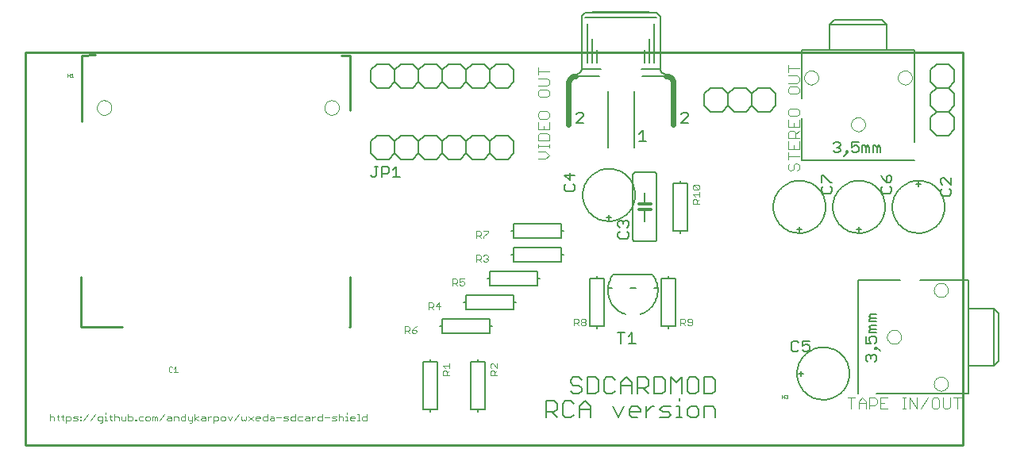
<source format=gto>
G75*
%MOIN*%
%OFA0B0*%
%FSLAX24Y24*%
%IPPOS*%
%LPD*%
%AMOC8*
5,1,8,0,0,1.08239X$1,22.5*
%
%ADD10C,0.0100*%
%ADD11C,0.0060*%
%ADD12C,0.0040*%
%ADD13C,0.0030*%
%ADD14C,0.0050*%
%ADD15C,0.0000*%
%ADD16C,0.0010*%
%ADD17C,0.0080*%
%ADD18C,0.0020*%
%ADD19C,0.0120*%
%ADD20C,0.0240*%
D10*
X000833Y004500D02*
X000833Y020996D01*
X040203Y020996D01*
X040203Y004500D01*
X000833Y004500D01*
X003157Y009463D02*
X003157Y011563D01*
X003157Y009463D02*
X004889Y009463D01*
X014439Y009463D02*
X014474Y009463D01*
X014474Y011563D01*
X003196Y018102D02*
X003196Y020873D01*
X003755Y020878D01*
X014089Y020873D02*
X014474Y020873D01*
X014474Y018559D01*
D11*
X015583Y019500D02*
X016083Y019500D01*
X016333Y019750D01*
X016583Y019500D01*
X017083Y019500D01*
X017333Y019750D01*
X017333Y020250D01*
X017083Y020500D01*
X016583Y020500D01*
X016333Y020250D01*
X016333Y019750D01*
X015583Y019500D02*
X015333Y019750D01*
X015333Y020250D01*
X015583Y020500D01*
X016083Y020500D01*
X016333Y020250D01*
X017333Y020250D02*
X017583Y020500D01*
X018083Y020500D01*
X018333Y020250D01*
X018583Y020500D01*
X019083Y020500D01*
X019333Y020250D01*
X019583Y020500D01*
X020083Y020500D01*
X020333Y020250D01*
X020583Y020500D01*
X021083Y020500D01*
X021333Y020250D01*
X021333Y019750D01*
X021083Y019500D01*
X020583Y019500D01*
X020333Y019750D01*
X020083Y019500D01*
X019583Y019500D01*
X019333Y019750D01*
X019083Y019500D01*
X018583Y019500D01*
X018333Y019750D01*
X018083Y019500D01*
X017583Y019500D01*
X017333Y019750D01*
X018333Y019750D02*
X018333Y020250D01*
X019333Y020250D02*
X019333Y019750D01*
X020333Y019750D02*
X020333Y020250D01*
X023933Y020000D02*
X024933Y020000D01*
X024983Y020300D02*
X024183Y020300D01*
X024183Y022450D01*
X024333Y022450D02*
X027333Y022450D01*
X027483Y022450D02*
X027481Y022476D01*
X027476Y022502D01*
X027468Y022527D01*
X027456Y022550D01*
X027442Y022572D01*
X027424Y022591D01*
X027405Y022609D01*
X027383Y022623D01*
X027360Y022635D01*
X027335Y022643D01*
X027309Y022648D01*
X027283Y022650D01*
X027033Y022650D01*
X027033Y022700D01*
X024633Y022700D01*
X024633Y022650D01*
X027033Y022650D01*
X027483Y022450D02*
X027483Y020300D01*
X026683Y020300D01*
X026833Y020550D02*
X026833Y021100D01*
X027033Y021550D02*
X027033Y020550D01*
X027233Y020550D02*
X027233Y022200D01*
X024633Y022650D02*
X024383Y022650D01*
X024357Y022648D01*
X024331Y022643D01*
X024306Y022635D01*
X024283Y022623D01*
X024261Y022609D01*
X024242Y022591D01*
X024224Y022572D01*
X024210Y022550D01*
X024198Y022527D01*
X024190Y022502D01*
X024185Y022476D01*
X024183Y022450D01*
X024433Y022200D02*
X024433Y020550D01*
X024633Y020550D02*
X024633Y021550D01*
X024833Y021100D02*
X024833Y020550D01*
X024183Y020300D02*
X024181Y020274D01*
X024176Y020248D01*
X024168Y020223D01*
X024156Y020200D01*
X024142Y020178D01*
X024124Y020159D01*
X024105Y020141D01*
X024083Y020127D01*
X024060Y020115D01*
X024035Y020107D01*
X024009Y020102D01*
X023983Y020100D01*
X025283Y019350D02*
X025283Y017000D01*
X026383Y017000D02*
X026383Y019350D01*
X026733Y020000D02*
X027733Y020000D01*
X027683Y020100D02*
X027657Y020102D01*
X027631Y020107D01*
X027606Y020115D01*
X027583Y020127D01*
X027561Y020141D01*
X027542Y020159D01*
X027524Y020178D01*
X027510Y020200D01*
X027498Y020223D01*
X027490Y020248D01*
X027485Y020274D01*
X027483Y020300D01*
X029333Y019250D02*
X029583Y019500D01*
X030083Y019500D01*
X030333Y019250D01*
X030583Y019500D01*
X031083Y019500D01*
X031333Y019250D01*
X031583Y019500D01*
X032083Y019500D01*
X032333Y019250D01*
X032333Y018750D01*
X032083Y018500D01*
X031583Y018500D01*
X031333Y018750D01*
X031083Y018500D01*
X030583Y018500D01*
X030333Y018750D01*
X030083Y018500D01*
X029583Y018500D01*
X029333Y018750D01*
X029333Y019250D01*
X030333Y019250D02*
X030333Y018750D01*
X031333Y018750D02*
X031333Y019250D01*
X033415Y019069D02*
X033415Y021083D01*
X034594Y021083D01*
X036994Y021083D01*
X038173Y021083D01*
X038173Y017219D01*
X038833Y017750D02*
X039083Y017500D01*
X039583Y017500D01*
X039833Y017750D01*
X039833Y018250D01*
X039583Y018500D01*
X039083Y018500D01*
X038833Y018250D01*
X038833Y017750D01*
X039083Y018500D02*
X038833Y018750D01*
X038833Y019250D01*
X039083Y019500D01*
X038833Y019750D01*
X038833Y020250D01*
X039083Y020500D01*
X039583Y020500D01*
X039833Y020250D01*
X039833Y019750D01*
X039583Y019500D01*
X039833Y019250D01*
X039833Y018750D01*
X039583Y018500D01*
X039583Y019500D02*
X039083Y019500D01*
X036994Y021083D02*
X036994Y022165D01*
X034594Y022165D01*
X034794Y022365D01*
X036794Y022365D01*
X036994Y022165D01*
X034594Y022165D02*
X034594Y021083D01*
X033415Y018219D02*
X033415Y016468D01*
X038173Y016468D01*
X038173Y016469D01*
X038333Y015550D02*
X038333Y015350D01*
X038233Y015450D02*
X038433Y015450D01*
X037233Y014500D02*
X037235Y014566D01*
X037241Y014631D01*
X037251Y014696D01*
X037264Y014761D01*
X037282Y014824D01*
X037303Y014887D01*
X037328Y014947D01*
X037357Y015007D01*
X037389Y015064D01*
X037424Y015120D01*
X037463Y015173D01*
X037505Y015224D01*
X037549Y015272D01*
X037597Y015317D01*
X037647Y015360D01*
X037700Y015399D01*
X037755Y015436D01*
X037812Y015469D01*
X037871Y015498D01*
X037931Y015524D01*
X037993Y015546D01*
X038056Y015565D01*
X038120Y015579D01*
X038185Y015590D01*
X038251Y015597D01*
X038317Y015600D01*
X038382Y015599D01*
X038448Y015594D01*
X038513Y015585D01*
X038578Y015572D01*
X038641Y015556D01*
X038704Y015536D01*
X038765Y015511D01*
X038825Y015484D01*
X038883Y015453D01*
X038939Y015418D01*
X038993Y015380D01*
X039044Y015339D01*
X039093Y015295D01*
X039139Y015248D01*
X039183Y015199D01*
X039223Y015147D01*
X039260Y015092D01*
X039294Y015036D01*
X039324Y014977D01*
X039351Y014917D01*
X039374Y014856D01*
X039393Y014793D01*
X039409Y014729D01*
X039421Y014664D01*
X039429Y014599D01*
X039433Y014533D01*
X039433Y014467D01*
X039429Y014401D01*
X039421Y014336D01*
X039409Y014271D01*
X039393Y014207D01*
X039374Y014144D01*
X039351Y014083D01*
X039324Y014023D01*
X039294Y013964D01*
X039260Y013908D01*
X039223Y013853D01*
X039183Y013801D01*
X039139Y013752D01*
X039093Y013705D01*
X039044Y013661D01*
X038993Y013620D01*
X038939Y013582D01*
X038883Y013547D01*
X038825Y013516D01*
X038765Y013489D01*
X038704Y013464D01*
X038641Y013444D01*
X038578Y013428D01*
X038513Y013415D01*
X038448Y013406D01*
X038382Y013401D01*
X038317Y013400D01*
X038251Y013403D01*
X038185Y013410D01*
X038120Y013421D01*
X038056Y013435D01*
X037993Y013454D01*
X037931Y013476D01*
X037871Y013502D01*
X037812Y013531D01*
X037755Y013564D01*
X037700Y013601D01*
X037647Y013640D01*
X037597Y013683D01*
X037549Y013728D01*
X037505Y013776D01*
X037463Y013827D01*
X037424Y013880D01*
X037389Y013936D01*
X037357Y013993D01*
X037328Y014053D01*
X037303Y014113D01*
X037282Y014176D01*
X037264Y014239D01*
X037251Y014304D01*
X037241Y014369D01*
X037235Y014434D01*
X037233Y014500D01*
X034733Y014500D02*
X034735Y014566D01*
X034741Y014631D01*
X034751Y014696D01*
X034764Y014761D01*
X034782Y014824D01*
X034803Y014887D01*
X034828Y014947D01*
X034857Y015007D01*
X034889Y015064D01*
X034924Y015120D01*
X034963Y015173D01*
X035005Y015224D01*
X035049Y015272D01*
X035097Y015317D01*
X035147Y015360D01*
X035200Y015399D01*
X035255Y015436D01*
X035312Y015469D01*
X035371Y015498D01*
X035431Y015524D01*
X035493Y015546D01*
X035556Y015565D01*
X035620Y015579D01*
X035685Y015590D01*
X035751Y015597D01*
X035817Y015600D01*
X035882Y015599D01*
X035948Y015594D01*
X036013Y015585D01*
X036078Y015572D01*
X036141Y015556D01*
X036204Y015536D01*
X036265Y015511D01*
X036325Y015484D01*
X036383Y015453D01*
X036439Y015418D01*
X036493Y015380D01*
X036544Y015339D01*
X036593Y015295D01*
X036639Y015248D01*
X036683Y015199D01*
X036723Y015147D01*
X036760Y015092D01*
X036794Y015036D01*
X036824Y014977D01*
X036851Y014917D01*
X036874Y014856D01*
X036893Y014793D01*
X036909Y014729D01*
X036921Y014664D01*
X036929Y014599D01*
X036933Y014533D01*
X036933Y014467D01*
X036929Y014401D01*
X036921Y014336D01*
X036909Y014271D01*
X036893Y014207D01*
X036874Y014144D01*
X036851Y014083D01*
X036824Y014023D01*
X036794Y013964D01*
X036760Y013908D01*
X036723Y013853D01*
X036683Y013801D01*
X036639Y013752D01*
X036593Y013705D01*
X036544Y013661D01*
X036493Y013620D01*
X036439Y013582D01*
X036383Y013547D01*
X036325Y013516D01*
X036265Y013489D01*
X036204Y013464D01*
X036141Y013444D01*
X036078Y013428D01*
X036013Y013415D01*
X035948Y013406D01*
X035882Y013401D01*
X035817Y013400D01*
X035751Y013403D01*
X035685Y013410D01*
X035620Y013421D01*
X035556Y013435D01*
X035493Y013454D01*
X035431Y013476D01*
X035371Y013502D01*
X035312Y013531D01*
X035255Y013564D01*
X035200Y013601D01*
X035147Y013640D01*
X035097Y013683D01*
X035049Y013728D01*
X035005Y013776D01*
X034963Y013827D01*
X034924Y013880D01*
X034889Y013936D01*
X034857Y013993D01*
X034828Y014053D01*
X034803Y014113D01*
X034782Y014176D01*
X034764Y014239D01*
X034751Y014304D01*
X034741Y014369D01*
X034735Y014434D01*
X034733Y014500D01*
X032233Y014500D02*
X032235Y014566D01*
X032241Y014631D01*
X032251Y014696D01*
X032264Y014761D01*
X032282Y014824D01*
X032303Y014887D01*
X032328Y014947D01*
X032357Y015007D01*
X032389Y015064D01*
X032424Y015120D01*
X032463Y015173D01*
X032505Y015224D01*
X032549Y015272D01*
X032597Y015317D01*
X032647Y015360D01*
X032700Y015399D01*
X032755Y015436D01*
X032812Y015469D01*
X032871Y015498D01*
X032931Y015524D01*
X032993Y015546D01*
X033056Y015565D01*
X033120Y015579D01*
X033185Y015590D01*
X033251Y015597D01*
X033317Y015600D01*
X033382Y015599D01*
X033448Y015594D01*
X033513Y015585D01*
X033578Y015572D01*
X033641Y015556D01*
X033704Y015536D01*
X033765Y015511D01*
X033825Y015484D01*
X033883Y015453D01*
X033939Y015418D01*
X033993Y015380D01*
X034044Y015339D01*
X034093Y015295D01*
X034139Y015248D01*
X034183Y015199D01*
X034223Y015147D01*
X034260Y015092D01*
X034294Y015036D01*
X034324Y014977D01*
X034351Y014917D01*
X034374Y014856D01*
X034393Y014793D01*
X034409Y014729D01*
X034421Y014664D01*
X034429Y014599D01*
X034433Y014533D01*
X034433Y014467D01*
X034429Y014401D01*
X034421Y014336D01*
X034409Y014271D01*
X034393Y014207D01*
X034374Y014144D01*
X034351Y014083D01*
X034324Y014023D01*
X034294Y013964D01*
X034260Y013908D01*
X034223Y013853D01*
X034183Y013801D01*
X034139Y013752D01*
X034093Y013705D01*
X034044Y013661D01*
X033993Y013620D01*
X033939Y013582D01*
X033883Y013547D01*
X033825Y013516D01*
X033765Y013489D01*
X033704Y013464D01*
X033641Y013444D01*
X033578Y013428D01*
X033513Y013415D01*
X033448Y013406D01*
X033382Y013401D01*
X033317Y013400D01*
X033251Y013403D01*
X033185Y013410D01*
X033120Y013421D01*
X033056Y013435D01*
X032993Y013454D01*
X032931Y013476D01*
X032871Y013502D01*
X032812Y013531D01*
X032755Y013564D01*
X032700Y013601D01*
X032647Y013640D01*
X032597Y013683D01*
X032549Y013728D01*
X032505Y013776D01*
X032463Y013827D01*
X032424Y013880D01*
X032389Y013936D01*
X032357Y013993D01*
X032328Y014053D01*
X032303Y014113D01*
X032282Y014176D01*
X032264Y014239D01*
X032251Y014304D01*
X032241Y014369D01*
X032235Y014434D01*
X032233Y014500D01*
X033233Y013550D02*
X033433Y013550D01*
X033333Y013650D02*
X033333Y013450D01*
X035733Y013550D02*
X035933Y013550D01*
X035833Y013650D02*
X035833Y013450D01*
X035801Y011418D02*
X037552Y011418D01*
X038402Y011418D02*
X040417Y011418D01*
X040417Y010239D01*
X040417Y007839D01*
X040417Y006661D01*
X036552Y006661D01*
X035802Y006661D02*
X035801Y006661D01*
X035801Y011418D01*
X040417Y010239D02*
X041499Y010239D01*
X041499Y007839D01*
X041699Y008039D01*
X041699Y010039D01*
X041499Y010239D01*
X041499Y007839D02*
X040417Y007839D01*
X033233Y007500D02*
X033235Y007566D01*
X033241Y007631D01*
X033251Y007696D01*
X033264Y007761D01*
X033282Y007824D01*
X033303Y007887D01*
X033328Y007947D01*
X033357Y008007D01*
X033389Y008064D01*
X033424Y008120D01*
X033463Y008173D01*
X033505Y008224D01*
X033549Y008272D01*
X033597Y008317D01*
X033647Y008360D01*
X033700Y008399D01*
X033755Y008436D01*
X033812Y008469D01*
X033871Y008498D01*
X033931Y008524D01*
X033993Y008546D01*
X034056Y008565D01*
X034120Y008579D01*
X034185Y008590D01*
X034251Y008597D01*
X034317Y008600D01*
X034382Y008599D01*
X034448Y008594D01*
X034513Y008585D01*
X034578Y008572D01*
X034641Y008556D01*
X034704Y008536D01*
X034765Y008511D01*
X034825Y008484D01*
X034883Y008453D01*
X034939Y008418D01*
X034993Y008380D01*
X035044Y008339D01*
X035093Y008295D01*
X035139Y008248D01*
X035183Y008199D01*
X035223Y008147D01*
X035260Y008092D01*
X035294Y008036D01*
X035324Y007977D01*
X035351Y007917D01*
X035374Y007856D01*
X035393Y007793D01*
X035409Y007729D01*
X035421Y007664D01*
X035429Y007599D01*
X035433Y007533D01*
X035433Y007467D01*
X035429Y007401D01*
X035421Y007336D01*
X035409Y007271D01*
X035393Y007207D01*
X035374Y007144D01*
X035351Y007083D01*
X035324Y007023D01*
X035294Y006964D01*
X035260Y006908D01*
X035223Y006853D01*
X035183Y006801D01*
X035139Y006752D01*
X035093Y006705D01*
X035044Y006661D01*
X034993Y006620D01*
X034939Y006582D01*
X034883Y006547D01*
X034825Y006516D01*
X034765Y006489D01*
X034704Y006464D01*
X034641Y006444D01*
X034578Y006428D01*
X034513Y006415D01*
X034448Y006406D01*
X034382Y006401D01*
X034317Y006400D01*
X034251Y006403D01*
X034185Y006410D01*
X034120Y006421D01*
X034056Y006435D01*
X033993Y006454D01*
X033931Y006476D01*
X033871Y006502D01*
X033812Y006531D01*
X033755Y006564D01*
X033700Y006601D01*
X033647Y006640D01*
X033597Y006683D01*
X033549Y006728D01*
X033505Y006776D01*
X033463Y006827D01*
X033424Y006880D01*
X033389Y006936D01*
X033357Y006993D01*
X033328Y007053D01*
X033303Y007113D01*
X033282Y007176D01*
X033264Y007239D01*
X033251Y007304D01*
X033241Y007369D01*
X033235Y007434D01*
X033233Y007500D01*
X033283Y007500D02*
X033483Y007500D01*
X033383Y007400D02*
X033383Y007600D01*
X029780Y007234D02*
X029780Y006767D01*
X029663Y006650D01*
X029313Y006650D01*
X029313Y007351D01*
X029663Y007351D01*
X029780Y007234D01*
X029080Y007234D02*
X029080Y006767D01*
X028963Y006650D01*
X028730Y006650D01*
X028613Y006767D01*
X028613Y007234D01*
X028730Y007351D01*
X028963Y007351D01*
X029080Y007234D01*
X028380Y007351D02*
X028380Y006650D01*
X028288Y006467D02*
X028288Y006351D01*
X028288Y006117D02*
X028288Y005650D01*
X028171Y005650D02*
X028405Y005650D01*
X028638Y005767D02*
X028754Y005650D01*
X028988Y005650D01*
X029105Y005767D01*
X029105Y006000D01*
X028988Y006117D01*
X028754Y006117D01*
X028638Y006000D01*
X028638Y005767D01*
X028288Y006117D02*
X028171Y006117D01*
X027938Y006117D02*
X027588Y006117D01*
X027471Y006000D01*
X027588Y005884D01*
X027822Y005884D01*
X027938Y005767D01*
X027822Y005650D01*
X027471Y005650D01*
X026888Y005650D02*
X026888Y006117D01*
X026888Y005884D02*
X027122Y006117D01*
X027238Y006117D01*
X026655Y006000D02*
X026655Y005884D01*
X026188Y005884D01*
X026188Y006000D02*
X026188Y005767D01*
X026305Y005650D01*
X026539Y005650D01*
X026655Y006000D02*
X026539Y006117D01*
X026305Y006117D01*
X026188Y006000D01*
X025956Y006117D02*
X025722Y005650D01*
X025489Y006117D01*
X024556Y006117D02*
X024556Y005650D01*
X024089Y005650D02*
X024089Y006117D01*
X024323Y006351D01*
X024556Y006117D01*
X024556Y006000D02*
X024089Y006000D01*
X023856Y005767D02*
X023739Y005650D01*
X023506Y005650D01*
X023389Y005767D01*
X023389Y006234D01*
X023506Y006351D01*
X023739Y006351D01*
X023856Y006234D01*
X023831Y006650D02*
X023714Y006767D01*
X023831Y006650D02*
X024065Y006650D01*
X024181Y006767D01*
X024181Y006884D01*
X024065Y007000D01*
X023831Y007000D01*
X023714Y007117D01*
X023714Y007234D01*
X023831Y007351D01*
X024065Y007351D01*
X024181Y007234D01*
X024414Y007351D02*
X024764Y007351D01*
X024881Y007234D01*
X024881Y006767D01*
X024764Y006650D01*
X024414Y006650D01*
X024414Y007351D01*
X025114Y007234D02*
X025114Y006767D01*
X025231Y006650D01*
X025464Y006650D01*
X025581Y006767D01*
X025814Y006650D02*
X025814Y007117D01*
X026047Y007351D01*
X026281Y007117D01*
X026281Y006650D01*
X026513Y006650D02*
X026513Y007351D01*
X026864Y007351D01*
X026980Y007234D01*
X026980Y007000D01*
X026864Y006884D01*
X026513Y006884D01*
X026747Y006884D02*
X026980Y006650D01*
X027213Y006650D02*
X027564Y006650D01*
X027680Y006767D01*
X027680Y007234D01*
X027564Y007351D01*
X027213Y007351D01*
X027213Y006650D01*
X027913Y006650D02*
X027913Y007351D01*
X028147Y007117D01*
X028380Y007351D01*
X026281Y007000D02*
X025814Y007000D01*
X025581Y007234D02*
X025464Y007351D01*
X025231Y007351D01*
X025114Y007234D01*
X023156Y006234D02*
X023156Y006000D01*
X023040Y005884D01*
X022689Y005884D01*
X022923Y005884D02*
X023156Y005650D01*
X022689Y005650D02*
X022689Y006351D01*
X023040Y006351D01*
X023156Y006234D01*
X029337Y006117D02*
X029337Y005650D01*
X029805Y005650D02*
X029805Y006000D01*
X029688Y006117D01*
X029337Y006117D01*
X027233Y013050D02*
X026433Y013050D01*
X026416Y013052D01*
X026399Y013056D01*
X026383Y013063D01*
X026369Y013073D01*
X026356Y013086D01*
X026346Y013100D01*
X026339Y013116D01*
X026335Y013133D01*
X026333Y013150D01*
X026333Y015850D01*
X026335Y015867D01*
X026339Y015884D01*
X026346Y015900D01*
X026356Y015914D01*
X026369Y015927D01*
X026383Y015937D01*
X026399Y015944D01*
X026416Y015948D01*
X026433Y015950D01*
X027233Y015950D01*
X027250Y015948D01*
X027267Y015944D01*
X027283Y015937D01*
X027297Y015927D01*
X027310Y015914D01*
X027320Y015900D01*
X027327Y015884D01*
X027331Y015867D01*
X027333Y015850D01*
X027333Y013150D01*
X027331Y013133D01*
X027327Y013116D01*
X027320Y013100D01*
X027310Y013086D01*
X027297Y013073D01*
X027283Y013063D01*
X027267Y013056D01*
X027250Y013052D01*
X027233Y013050D01*
X026833Y013900D02*
X026833Y014380D01*
X026833Y014630D02*
X026833Y015100D01*
X024233Y015000D02*
X024235Y015066D01*
X024241Y015131D01*
X024251Y015196D01*
X024264Y015261D01*
X024282Y015324D01*
X024303Y015387D01*
X024328Y015447D01*
X024357Y015507D01*
X024389Y015564D01*
X024424Y015620D01*
X024463Y015673D01*
X024505Y015724D01*
X024549Y015772D01*
X024597Y015817D01*
X024647Y015860D01*
X024700Y015899D01*
X024755Y015936D01*
X024812Y015969D01*
X024871Y015998D01*
X024931Y016024D01*
X024993Y016046D01*
X025056Y016065D01*
X025120Y016079D01*
X025185Y016090D01*
X025251Y016097D01*
X025317Y016100D01*
X025382Y016099D01*
X025448Y016094D01*
X025513Y016085D01*
X025578Y016072D01*
X025641Y016056D01*
X025704Y016036D01*
X025765Y016011D01*
X025825Y015984D01*
X025883Y015953D01*
X025939Y015918D01*
X025993Y015880D01*
X026044Y015839D01*
X026093Y015795D01*
X026139Y015748D01*
X026183Y015699D01*
X026223Y015647D01*
X026260Y015592D01*
X026294Y015536D01*
X026324Y015477D01*
X026351Y015417D01*
X026374Y015356D01*
X026393Y015293D01*
X026409Y015229D01*
X026421Y015164D01*
X026429Y015099D01*
X026433Y015033D01*
X026433Y014967D01*
X026429Y014901D01*
X026421Y014836D01*
X026409Y014771D01*
X026393Y014707D01*
X026374Y014644D01*
X026351Y014583D01*
X026324Y014523D01*
X026294Y014464D01*
X026260Y014408D01*
X026223Y014353D01*
X026183Y014301D01*
X026139Y014252D01*
X026093Y014205D01*
X026044Y014161D01*
X025993Y014120D01*
X025939Y014082D01*
X025883Y014047D01*
X025825Y014016D01*
X025765Y013989D01*
X025704Y013964D01*
X025641Y013944D01*
X025578Y013928D01*
X025513Y013915D01*
X025448Y013906D01*
X025382Y013901D01*
X025317Y013900D01*
X025251Y013903D01*
X025185Y013910D01*
X025120Y013921D01*
X025056Y013935D01*
X024993Y013954D01*
X024931Y013976D01*
X024871Y014002D01*
X024812Y014031D01*
X024755Y014064D01*
X024700Y014101D01*
X024647Y014140D01*
X024597Y014183D01*
X024549Y014228D01*
X024505Y014276D01*
X024463Y014327D01*
X024424Y014380D01*
X024389Y014436D01*
X024357Y014493D01*
X024328Y014553D01*
X024303Y014613D01*
X024282Y014676D01*
X024264Y014739D01*
X024251Y014804D01*
X024241Y014869D01*
X024235Y014934D01*
X024233Y015000D01*
X025233Y014050D02*
X025433Y014050D01*
X025333Y014150D02*
X025333Y013950D01*
X021333Y016750D02*
X021083Y016500D01*
X020583Y016500D01*
X020333Y016750D01*
X020083Y016500D01*
X019583Y016500D01*
X019333Y016750D01*
X019083Y016500D01*
X018583Y016500D01*
X018333Y016750D01*
X018083Y016500D01*
X017583Y016500D01*
X017333Y016750D01*
X017083Y016500D01*
X016583Y016500D01*
X016333Y016750D01*
X016083Y016500D01*
X015583Y016500D01*
X015333Y016750D01*
X015333Y017250D01*
X015583Y017500D01*
X016083Y017500D01*
X016333Y017250D01*
X016583Y017500D01*
X017083Y017500D01*
X017333Y017250D01*
X017333Y016750D01*
X017333Y017250D02*
X017583Y017500D01*
X018083Y017500D01*
X018333Y017250D01*
X018583Y017500D01*
X019083Y017500D01*
X019333Y017250D01*
X019583Y017500D01*
X020083Y017500D01*
X020333Y017250D01*
X020583Y017500D01*
X021083Y017500D01*
X021333Y017250D01*
X021333Y016750D01*
X020333Y016750D02*
X020333Y017250D01*
X019333Y017250D02*
X019333Y016750D01*
X018333Y016750D02*
X018333Y017250D01*
X016333Y017250D02*
X016333Y016750D01*
D12*
X022353Y016827D02*
X022660Y016827D01*
X022813Y016673D01*
X022660Y016520D01*
X022353Y016520D01*
X022353Y016980D02*
X022353Y017134D01*
X022353Y017057D02*
X022813Y017057D01*
X022813Y016980D02*
X022813Y017134D01*
X022813Y017287D02*
X022813Y017518D01*
X022737Y017594D01*
X022430Y017594D01*
X022353Y017518D01*
X022353Y017287D01*
X022813Y017287D01*
X022813Y017748D02*
X022353Y017748D01*
X022353Y018055D01*
X022430Y018208D02*
X022353Y018285D01*
X022353Y018438D01*
X022430Y018515D01*
X022737Y018515D01*
X022813Y018438D01*
X022813Y018285D01*
X022737Y018208D01*
X022430Y018208D01*
X022813Y018055D02*
X022813Y017748D01*
X022583Y017748D02*
X022583Y017901D01*
X022430Y019129D02*
X022737Y019129D01*
X022813Y019206D01*
X022813Y019359D01*
X022737Y019436D01*
X022430Y019436D01*
X022353Y019359D01*
X022353Y019206D01*
X022430Y019129D01*
X022353Y019589D02*
X022737Y019589D01*
X022813Y019666D01*
X022813Y019819D01*
X022737Y019896D01*
X022353Y019896D01*
X022353Y020050D02*
X022353Y020357D01*
X022353Y020203D02*
X022813Y020203D01*
X032853Y020164D02*
X032853Y020470D01*
X032853Y020317D02*
X033313Y020317D01*
X033237Y020010D02*
X032853Y020010D01*
X032853Y019703D02*
X033237Y019703D01*
X033313Y019780D01*
X033313Y019933D01*
X033237Y020010D01*
X033237Y019550D02*
X032930Y019550D01*
X032853Y019473D01*
X032853Y019319D01*
X032930Y019243D01*
X033237Y019243D01*
X033313Y019319D01*
X033313Y019473D01*
X033237Y019550D01*
X033237Y018629D02*
X032930Y018629D01*
X032853Y018552D01*
X032853Y018399D01*
X032930Y018322D01*
X033237Y018322D01*
X033313Y018399D01*
X033313Y018552D01*
X033237Y018629D01*
X033313Y018168D02*
X033313Y017862D01*
X032853Y017862D01*
X032853Y018168D01*
X033083Y018015D02*
X033083Y017862D01*
X033083Y017708D02*
X033160Y017631D01*
X033160Y017401D01*
X033313Y017401D02*
X032853Y017401D01*
X032853Y017631D01*
X032930Y017708D01*
X033083Y017708D01*
X033160Y017555D02*
X033313Y017708D01*
X033313Y017248D02*
X033313Y016941D01*
X032853Y016941D01*
X032853Y017248D01*
X033083Y017094D02*
X033083Y016941D01*
X032853Y016787D02*
X032853Y016480D01*
X032853Y016634D02*
X033313Y016634D01*
X033237Y016327D02*
X033313Y016250D01*
X033313Y016097D01*
X033237Y016020D01*
X033083Y016097D02*
X033083Y016250D01*
X033160Y016327D01*
X033237Y016327D01*
X033083Y016097D02*
X033006Y016020D01*
X032930Y016020D01*
X032853Y016097D01*
X032853Y016250D01*
X032930Y016327D01*
X035353Y006480D02*
X035660Y006480D01*
X035507Y006480D02*
X035507Y006020D01*
X035814Y006020D02*
X035814Y006327D01*
X035967Y006480D01*
X036121Y006327D01*
X036121Y006020D01*
X036274Y006020D02*
X036274Y006480D01*
X036504Y006480D01*
X036581Y006404D01*
X036581Y006250D01*
X036504Y006173D01*
X036274Y006173D01*
X036121Y006250D02*
X035814Y006250D01*
X036735Y006250D02*
X036888Y006250D01*
X036735Y006020D02*
X037041Y006020D01*
X036735Y006020D02*
X036735Y006480D01*
X037041Y006480D01*
X037655Y006480D02*
X037809Y006480D01*
X037732Y006480D02*
X037732Y006020D01*
X037655Y006020D02*
X037809Y006020D01*
X037962Y006020D02*
X037962Y006480D01*
X038269Y006020D01*
X038269Y006480D01*
X038730Y006480D02*
X038423Y006020D01*
X038883Y006097D02*
X038960Y006020D01*
X039113Y006020D01*
X039190Y006097D01*
X039190Y006404D01*
X039113Y006480D01*
X038960Y006480D01*
X038883Y006404D01*
X038883Y006097D01*
X039343Y006097D02*
X039420Y006020D01*
X039574Y006020D01*
X039650Y006097D01*
X039650Y006480D01*
X039804Y006480D02*
X040111Y006480D01*
X039957Y006480D02*
X039957Y006020D01*
X039343Y006097D02*
X039343Y006480D01*
D13*
X028826Y009563D02*
X028826Y009757D01*
X028778Y009805D01*
X028681Y009805D01*
X028633Y009757D01*
X028633Y009708D01*
X028681Y009660D01*
X028826Y009660D01*
X028826Y009563D02*
X028778Y009515D01*
X028681Y009515D01*
X028633Y009563D01*
X028532Y009515D02*
X028435Y009612D01*
X028483Y009612D02*
X028338Y009612D01*
X028338Y009515D02*
X028338Y009805D01*
X028483Y009805D01*
X028532Y009757D01*
X028532Y009660D01*
X028483Y009612D01*
X024346Y009612D02*
X024346Y009563D01*
X024298Y009515D01*
X024201Y009515D01*
X024153Y009563D01*
X024153Y009612D01*
X024201Y009660D01*
X024298Y009660D01*
X024346Y009612D01*
X024298Y009660D02*
X024346Y009708D01*
X024346Y009757D01*
X024298Y009805D01*
X024201Y009805D01*
X024153Y009757D01*
X024153Y009708D01*
X024201Y009660D01*
X024052Y009660D02*
X024052Y009757D01*
X024003Y009805D01*
X023858Y009805D01*
X023858Y009515D01*
X023858Y009612D02*
X024003Y009612D01*
X024052Y009660D01*
X023955Y009612D02*
X024052Y009515D01*
X020638Y007914D02*
X020638Y007720D01*
X020445Y007914D01*
X020396Y007914D01*
X020348Y007865D01*
X020348Y007769D01*
X020396Y007720D01*
X020396Y007619D02*
X020493Y007619D01*
X020542Y007571D01*
X020542Y007426D01*
X020638Y007426D02*
X020348Y007426D01*
X020348Y007571D01*
X020396Y007619D01*
X020542Y007522D02*
X020638Y007619D01*
X018638Y007619D02*
X018542Y007522D01*
X018542Y007571D02*
X018542Y007426D01*
X018638Y007426D02*
X018348Y007426D01*
X018348Y007571D01*
X018396Y007619D01*
X018493Y007619D01*
X018542Y007571D01*
X018638Y007720D02*
X018638Y007914D01*
X018638Y007817D02*
X018348Y007817D01*
X018445Y007720D01*
X017199Y009195D02*
X017102Y009195D01*
X017054Y009243D01*
X017054Y009340D01*
X017199Y009340D01*
X017247Y009292D01*
X017247Y009243D01*
X017199Y009195D01*
X017054Y009340D02*
X017150Y009437D01*
X017247Y009485D01*
X016953Y009437D02*
X016953Y009340D01*
X016904Y009292D01*
X016759Y009292D01*
X016856Y009292D02*
X016953Y009195D01*
X016759Y009195D02*
X016759Y009485D01*
X016904Y009485D01*
X016953Y009437D01*
X017759Y010195D02*
X017759Y010485D01*
X017904Y010485D01*
X017953Y010437D01*
X017953Y010340D01*
X017904Y010292D01*
X017759Y010292D01*
X017856Y010292D02*
X017953Y010195D01*
X018054Y010340D02*
X018247Y010340D01*
X018199Y010195D02*
X018199Y010485D01*
X018054Y010340D01*
X018759Y011195D02*
X018759Y011485D01*
X018904Y011485D01*
X018953Y011437D01*
X018953Y011340D01*
X018904Y011292D01*
X018759Y011292D01*
X018856Y011292D02*
X018953Y011195D01*
X019054Y011243D02*
X019102Y011195D01*
X019199Y011195D01*
X019247Y011243D01*
X019247Y011340D01*
X019199Y011388D01*
X019150Y011388D01*
X019054Y011340D01*
X019054Y011485D01*
X019247Y011485D01*
X019759Y012195D02*
X019759Y012485D01*
X019904Y012485D01*
X019953Y012437D01*
X019953Y012340D01*
X019904Y012292D01*
X019759Y012292D01*
X019856Y012292D02*
X019953Y012195D01*
X020054Y012243D02*
X020102Y012195D01*
X020199Y012195D01*
X020247Y012243D01*
X020247Y012292D01*
X020199Y012340D01*
X020150Y012340D01*
X020199Y012340D02*
X020247Y012388D01*
X020247Y012437D01*
X020199Y012485D01*
X020102Y012485D01*
X020054Y012437D01*
X020054Y013195D02*
X020054Y013243D01*
X020247Y013437D01*
X020247Y013485D01*
X020054Y013485D01*
X019953Y013437D02*
X019904Y013485D01*
X019759Y013485D01*
X019759Y013195D01*
X019759Y013292D02*
X019904Y013292D01*
X019953Y013340D01*
X019953Y013437D01*
X019856Y013292D02*
X019953Y013195D01*
X028848Y014631D02*
X028848Y014776D01*
X028896Y014825D01*
X028993Y014825D01*
X029042Y014776D01*
X029042Y014631D01*
X029138Y014631D02*
X028848Y014631D01*
X029042Y014728D02*
X029138Y014825D01*
X029138Y014926D02*
X029138Y015119D01*
X029138Y015022D02*
X028848Y015022D01*
X028945Y014926D01*
X028896Y015220D02*
X028848Y015269D01*
X028848Y015365D01*
X028896Y015414D01*
X029090Y015220D01*
X029138Y015269D01*
X029138Y015365D01*
X029090Y015414D01*
X028896Y015414D01*
X028896Y015220D02*
X029090Y015220D01*
X015154Y005805D02*
X015154Y005515D01*
X015009Y005515D01*
X014960Y005563D01*
X014960Y005660D01*
X015009Y005708D01*
X015154Y005708D01*
X014861Y005515D02*
X014764Y005515D01*
X014812Y005515D02*
X014812Y005805D01*
X014764Y005805D01*
X014663Y005660D02*
X014663Y005612D01*
X014469Y005612D01*
X014469Y005660D02*
X014518Y005708D01*
X014614Y005708D01*
X014663Y005660D01*
X014614Y005515D02*
X014518Y005515D01*
X014469Y005563D01*
X014469Y005660D01*
X014321Y005708D02*
X014321Y005515D01*
X014273Y005515D02*
X014370Y005515D01*
X014172Y005515D02*
X014172Y005660D01*
X014123Y005708D01*
X014027Y005708D01*
X013978Y005660D01*
X013877Y005708D02*
X013732Y005708D01*
X013684Y005660D01*
X013732Y005612D01*
X013829Y005612D01*
X013877Y005563D01*
X013829Y005515D01*
X013684Y005515D01*
X013582Y005660D02*
X013389Y005660D01*
X013288Y005708D02*
X013143Y005708D01*
X013094Y005660D01*
X013094Y005563D01*
X013143Y005515D01*
X013288Y005515D01*
X013288Y005805D01*
X012994Y005708D02*
X012945Y005708D01*
X012849Y005612D01*
X012849Y005708D02*
X012849Y005515D01*
X012748Y005515D02*
X012602Y005515D01*
X012554Y005563D01*
X012602Y005612D01*
X012748Y005612D01*
X012748Y005660D02*
X012748Y005515D01*
X012748Y005660D02*
X012699Y005708D01*
X012602Y005708D01*
X012453Y005708D02*
X012308Y005708D01*
X012259Y005660D01*
X012259Y005563D01*
X012308Y005515D01*
X012453Y005515D01*
X012158Y005515D02*
X012013Y005515D01*
X011965Y005563D01*
X011965Y005660D01*
X012013Y005708D01*
X012158Y005708D01*
X012158Y005805D02*
X012158Y005515D01*
X011864Y005563D02*
X011815Y005612D01*
X011718Y005612D01*
X011670Y005660D01*
X011718Y005708D01*
X011864Y005708D01*
X011864Y005563D02*
X011815Y005515D01*
X011670Y005515D01*
X011569Y005660D02*
X011375Y005660D01*
X011274Y005660D02*
X011274Y005515D01*
X011129Y005515D01*
X011081Y005563D01*
X011129Y005612D01*
X011274Y005612D01*
X011274Y005660D02*
X011226Y005708D01*
X011129Y005708D01*
X010980Y005708D02*
X010834Y005708D01*
X010786Y005660D01*
X010786Y005563D01*
X010834Y005515D01*
X010980Y005515D01*
X010980Y005805D01*
X010685Y005660D02*
X010685Y005612D01*
X010491Y005612D01*
X010491Y005660D02*
X010540Y005708D01*
X010637Y005708D01*
X010685Y005660D01*
X010637Y005515D02*
X010540Y005515D01*
X010491Y005563D01*
X010491Y005660D01*
X010390Y005708D02*
X010197Y005515D01*
X010096Y005563D02*
X010096Y005708D01*
X010197Y005708D02*
X010390Y005515D01*
X010096Y005563D02*
X010047Y005515D01*
X009999Y005563D01*
X009951Y005515D01*
X009902Y005563D01*
X009902Y005708D01*
X009801Y005805D02*
X009607Y005515D01*
X009410Y005515D02*
X009313Y005708D01*
X009212Y005660D02*
X009163Y005708D01*
X009067Y005708D01*
X009018Y005660D01*
X009018Y005563D01*
X009067Y005515D01*
X009163Y005515D01*
X009212Y005563D01*
X009212Y005660D01*
X009410Y005515D02*
X009506Y005708D01*
X008917Y005660D02*
X008917Y005563D01*
X008869Y005515D01*
X008724Y005515D01*
X008724Y005418D02*
X008724Y005708D01*
X008869Y005708D01*
X008917Y005660D01*
X008623Y005708D02*
X008575Y005708D01*
X008478Y005612D01*
X008478Y005708D02*
X008478Y005515D01*
X008377Y005515D02*
X008232Y005515D01*
X008183Y005563D01*
X008232Y005612D01*
X008377Y005612D01*
X008377Y005660D02*
X008377Y005515D01*
X008377Y005660D02*
X008328Y005708D01*
X008232Y005708D01*
X008083Y005708D02*
X007938Y005612D01*
X008083Y005515D01*
X007938Y005515D02*
X007938Y005805D01*
X007837Y005708D02*
X007837Y005467D01*
X007788Y005418D01*
X007740Y005418D01*
X007692Y005515D02*
X007837Y005515D01*
X007692Y005515D02*
X007643Y005563D01*
X007643Y005708D01*
X007542Y005708D02*
X007397Y005708D01*
X007348Y005660D01*
X007348Y005563D01*
X007397Y005515D01*
X007542Y005515D01*
X007542Y005805D01*
X007247Y005660D02*
X007247Y005515D01*
X007247Y005660D02*
X007199Y005708D01*
X007054Y005708D01*
X007054Y005515D01*
X006953Y005515D02*
X006808Y005515D01*
X006759Y005563D01*
X006808Y005612D01*
X006953Y005612D01*
X006953Y005660D02*
X006953Y005515D01*
X006953Y005660D02*
X006904Y005708D01*
X006808Y005708D01*
X006658Y005805D02*
X006465Y005515D01*
X006363Y005515D02*
X006363Y005660D01*
X006315Y005708D01*
X006267Y005660D01*
X006267Y005515D01*
X006170Y005515D02*
X006170Y005708D01*
X006218Y005708D01*
X006267Y005660D01*
X006069Y005660D02*
X006020Y005708D01*
X005924Y005708D01*
X005875Y005660D01*
X005875Y005563D01*
X005924Y005515D01*
X006020Y005515D01*
X006069Y005563D01*
X006069Y005660D01*
X005774Y005708D02*
X005629Y005708D01*
X005581Y005660D01*
X005581Y005563D01*
X005629Y005515D01*
X005774Y005515D01*
X005482Y005515D02*
X005433Y005515D01*
X005433Y005563D01*
X005482Y005563D01*
X005482Y005515D01*
X005332Y005563D02*
X005332Y005660D01*
X005284Y005708D01*
X005139Y005708D01*
X005139Y005805D02*
X005139Y005515D01*
X005284Y005515D01*
X005332Y005563D01*
X005037Y005515D02*
X005037Y005708D01*
X005037Y005515D02*
X004892Y005515D01*
X004844Y005563D01*
X004844Y005708D01*
X004743Y005660D02*
X004743Y005515D01*
X004743Y005660D02*
X004694Y005708D01*
X004598Y005708D01*
X004549Y005660D01*
X004450Y005708D02*
X004353Y005708D01*
X004401Y005757D02*
X004401Y005563D01*
X004450Y005515D01*
X004549Y005515D02*
X004549Y005805D01*
X004205Y005805D02*
X004205Y005854D01*
X004205Y005708D02*
X004205Y005515D01*
X004253Y005515D02*
X004156Y005515D01*
X004055Y005515D02*
X003910Y005515D01*
X003862Y005563D01*
X003862Y005660D01*
X003910Y005708D01*
X004055Y005708D01*
X004055Y005467D01*
X004007Y005418D01*
X003959Y005418D01*
X003567Y005515D02*
X003761Y005805D01*
X003466Y005805D02*
X003272Y005515D01*
X003174Y005515D02*
X003125Y005515D01*
X003125Y005563D01*
X003174Y005563D01*
X003174Y005515D01*
X003174Y005660D02*
X003125Y005660D01*
X003125Y005708D01*
X003174Y005708D01*
X003174Y005660D01*
X003024Y005708D02*
X002879Y005708D01*
X002831Y005660D01*
X002879Y005612D01*
X002976Y005612D01*
X003024Y005563D01*
X002976Y005515D01*
X002831Y005515D01*
X002729Y005563D02*
X002681Y005515D01*
X002536Y005515D01*
X002536Y005418D02*
X002536Y005708D01*
X002681Y005708D01*
X002729Y005660D01*
X002729Y005563D01*
X002436Y005515D02*
X002388Y005563D01*
X002388Y005757D01*
X002436Y005708D02*
X002339Y005708D01*
X002240Y005708D02*
X002143Y005708D01*
X002191Y005757D02*
X002191Y005563D01*
X002240Y005515D01*
X002042Y005515D02*
X002042Y005660D01*
X001993Y005708D01*
X001897Y005708D01*
X001848Y005660D01*
X001848Y005805D02*
X001848Y005515D01*
X004156Y005708D02*
X004205Y005708D01*
X013978Y005805D02*
X013978Y005515D01*
X014273Y005708D02*
X014321Y005708D01*
X014321Y005805D02*
X014321Y005854D01*
D14*
X025288Y011100D02*
X025446Y011100D01*
X026221Y011100D02*
X026446Y011100D01*
X027158Y011650D02*
X027193Y011602D01*
X027226Y011552D01*
X027257Y011500D01*
X027284Y011446D01*
X027308Y011391D01*
X027328Y011334D01*
X027346Y011277D01*
X027360Y011219D01*
X027371Y011160D01*
X027378Y011100D01*
X027379Y011100D02*
X027221Y011100D01*
X027378Y011100D02*
X027382Y011038D01*
X027383Y010975D01*
X027379Y010913D01*
X027372Y010851D01*
X027362Y010790D01*
X027347Y010729D01*
X027329Y010669D01*
X027308Y010610D01*
X027283Y010553D01*
X027255Y010498D01*
X027224Y010444D01*
X027189Y010392D01*
X027151Y010342D01*
X027111Y010295D01*
X027067Y010250D01*
X027022Y010207D01*
X026973Y010168D01*
X026923Y010131D01*
X026870Y010098D01*
X026816Y010067D01*
X026759Y010040D01*
X026702Y010017D01*
X026643Y009997D01*
X026298Y009225D02*
X026298Y008775D01*
X026148Y008775D02*
X026448Y008775D01*
X026148Y009075D02*
X026298Y009225D01*
X025988Y009225D02*
X025688Y009225D01*
X025838Y009225D02*
X025838Y008775D01*
X026023Y009997D02*
X025963Y010017D01*
X025904Y010041D01*
X025847Y010069D01*
X025792Y010100D01*
X025738Y010135D01*
X025687Y010172D01*
X025638Y010213D01*
X025592Y010257D01*
X025548Y010303D01*
X025507Y010352D01*
X025469Y010403D01*
X025435Y010456D01*
X025403Y010512D01*
X025376Y010569D01*
X025351Y010628D01*
X025331Y010688D01*
X025313Y010749D01*
X025300Y010811D01*
X025291Y010874D01*
X025285Y010937D01*
X025283Y011001D01*
X025285Y011065D01*
X025291Y011128D01*
X025300Y011191D01*
X025314Y011253D01*
X025331Y011314D01*
X025352Y011374D01*
X025376Y011433D01*
X025404Y011490D01*
X025436Y011546D01*
X025471Y011599D01*
X025508Y011650D01*
X025509Y011650D02*
X027158Y011650D01*
X026083Y013175D02*
X025783Y013175D01*
X025708Y013250D01*
X025708Y013400D01*
X025783Y013475D01*
X025783Y013635D02*
X025708Y013710D01*
X025708Y013861D01*
X025783Y013936D01*
X025858Y013936D01*
X025933Y013861D01*
X026008Y013936D01*
X026083Y013936D01*
X026158Y013861D01*
X026158Y013710D01*
X026083Y013635D01*
X026083Y013475D02*
X026158Y013400D01*
X026158Y013250D01*
X026083Y013175D01*
X025933Y013786D02*
X025933Y013861D01*
X023908Y015230D02*
X023908Y015380D01*
X023833Y015455D01*
X023683Y015615D02*
X023683Y015916D01*
X023908Y015841D02*
X023458Y015841D01*
X023683Y015615D01*
X023533Y015455D02*
X023458Y015380D01*
X023458Y015230D01*
X023533Y015155D01*
X023833Y015155D01*
X023908Y015230D01*
X026608Y017275D02*
X026909Y017275D01*
X026758Y017275D02*
X026758Y017725D01*
X026608Y017575D01*
X028358Y018025D02*
X028659Y018325D01*
X028659Y018400D01*
X028584Y018475D01*
X028433Y018475D01*
X028358Y018400D01*
X028358Y018025D02*
X028659Y018025D01*
X024259Y018025D02*
X023958Y018025D01*
X024259Y018325D01*
X024259Y018400D01*
X024184Y018475D01*
X024033Y018475D01*
X023958Y018400D01*
X016549Y015745D02*
X016249Y015745D01*
X016399Y015745D02*
X016399Y016195D01*
X016249Y016045D01*
X016089Y015970D02*
X016014Y015895D01*
X015789Y015895D01*
X015789Y015745D02*
X015789Y016195D01*
X016014Y016195D01*
X016089Y016120D01*
X016089Y015970D01*
X015629Y016195D02*
X015478Y016195D01*
X015554Y016195D02*
X015554Y015820D01*
X015478Y015745D01*
X015403Y015745D01*
X015328Y015820D01*
X032988Y008800D02*
X032988Y008500D01*
X033063Y008425D01*
X033214Y008425D01*
X033289Y008500D01*
X033449Y008500D02*
X033524Y008425D01*
X033674Y008425D01*
X033749Y008500D01*
X033749Y008650D01*
X033674Y008725D01*
X033599Y008725D01*
X033449Y008650D01*
X033449Y008875D01*
X033749Y008875D01*
X033289Y008800D02*
X033214Y008875D01*
X033063Y008875D01*
X032988Y008800D01*
X036110Y008758D02*
X036335Y008758D01*
X036260Y008909D01*
X036260Y008984D01*
X036335Y009059D01*
X036485Y009059D01*
X036560Y008984D01*
X036560Y008833D01*
X036485Y008758D01*
X036485Y008602D02*
X036485Y008527D01*
X036560Y008527D01*
X036560Y008602D01*
X036485Y008602D01*
X036560Y008602D02*
X036710Y008451D01*
X036485Y008291D02*
X036560Y008216D01*
X036560Y008066D01*
X036485Y007991D01*
X036335Y008141D02*
X036335Y008216D01*
X036410Y008291D01*
X036485Y008291D01*
X036335Y008216D02*
X036260Y008291D01*
X036185Y008291D01*
X036110Y008216D01*
X036110Y008066D01*
X036185Y007991D01*
X036110Y008758D02*
X036110Y009059D01*
X036260Y009219D02*
X036260Y009294D01*
X036335Y009369D01*
X036260Y009444D01*
X036335Y009519D01*
X036560Y009519D01*
X036560Y009369D02*
X036335Y009369D01*
X036260Y009219D02*
X036560Y009219D01*
X036560Y009679D02*
X036260Y009679D01*
X036260Y009754D01*
X036335Y009829D01*
X036260Y009904D01*
X036335Y009979D01*
X036560Y009979D01*
X036560Y009829D02*
X036335Y009829D01*
X036833Y015075D02*
X037133Y015075D01*
X037208Y015150D01*
X037208Y015300D01*
X037133Y015375D01*
X037133Y015535D02*
X037208Y015610D01*
X037208Y015761D01*
X037133Y015836D01*
X037058Y015836D01*
X036983Y015761D01*
X036983Y015535D01*
X037133Y015535D01*
X036983Y015535D02*
X036833Y015686D01*
X036758Y015836D01*
X036833Y015375D02*
X036758Y015300D01*
X036758Y015150D01*
X036833Y015075D01*
X034708Y015150D02*
X034633Y015075D01*
X034333Y015075D01*
X034258Y015150D01*
X034258Y015300D01*
X034333Y015375D01*
X034258Y015535D02*
X034258Y015836D01*
X034333Y015836D01*
X034633Y015535D01*
X034708Y015535D01*
X034633Y015375D02*
X034708Y015300D01*
X034708Y015150D01*
X035204Y016627D02*
X035354Y016777D01*
X035279Y016777D01*
X035279Y016852D01*
X035354Y016852D01*
X035354Y016777D01*
X035511Y016852D02*
X035586Y016777D01*
X035736Y016777D01*
X035811Y016852D01*
X035811Y017002D01*
X035736Y017077D01*
X035661Y017077D01*
X035511Y017002D01*
X035511Y017227D01*
X035811Y017227D01*
X035971Y017077D02*
X036047Y017077D01*
X036122Y017002D01*
X036197Y017077D01*
X036272Y017002D01*
X036272Y016777D01*
X036122Y016777D02*
X036122Y017002D01*
X035971Y017077D02*
X035971Y016777D01*
X036432Y016777D02*
X036432Y017077D01*
X036507Y017077D01*
X036582Y017002D01*
X036657Y017077D01*
X036732Y017002D01*
X036732Y016777D01*
X036582Y016777D02*
X036582Y017002D01*
X035044Y016927D02*
X035044Y016852D01*
X034969Y016777D01*
X034819Y016777D01*
X034744Y016852D01*
X034894Y017002D02*
X034969Y017002D01*
X035044Y016927D01*
X034969Y017002D02*
X035044Y017077D01*
X035044Y017152D01*
X034969Y017227D01*
X034819Y017227D01*
X034744Y017152D01*
X039258Y015660D02*
X039258Y015510D01*
X039333Y015435D01*
X039333Y015274D02*
X039258Y015199D01*
X039258Y015049D01*
X039333Y014974D01*
X039633Y014974D01*
X039708Y015049D01*
X039708Y015199D01*
X039633Y015274D01*
X039708Y015435D02*
X039408Y015735D01*
X039333Y015735D01*
X039258Y015660D01*
X039708Y015735D02*
X039708Y015435D01*
D15*
X035499Y017969D02*
X035501Y018003D01*
X035507Y018037D01*
X035517Y018070D01*
X035530Y018101D01*
X035548Y018131D01*
X035568Y018159D01*
X035592Y018184D01*
X035618Y018206D01*
X035646Y018224D01*
X035677Y018240D01*
X035709Y018252D01*
X035743Y018260D01*
X035777Y018264D01*
X035811Y018264D01*
X035845Y018260D01*
X035879Y018252D01*
X035911Y018240D01*
X035941Y018224D01*
X035970Y018206D01*
X035996Y018184D01*
X036020Y018159D01*
X036040Y018131D01*
X036058Y018101D01*
X036071Y018070D01*
X036081Y018037D01*
X036087Y018003D01*
X036089Y017969D01*
X036087Y017935D01*
X036081Y017901D01*
X036071Y017868D01*
X036058Y017837D01*
X036040Y017807D01*
X036020Y017779D01*
X035996Y017754D01*
X035970Y017732D01*
X035942Y017714D01*
X035911Y017698D01*
X035879Y017686D01*
X035845Y017678D01*
X035811Y017674D01*
X035777Y017674D01*
X035743Y017678D01*
X035709Y017686D01*
X035677Y017698D01*
X035646Y017714D01*
X035618Y017732D01*
X035592Y017754D01*
X035568Y017779D01*
X035548Y017807D01*
X035530Y017837D01*
X035517Y017868D01*
X035507Y017901D01*
X035501Y017935D01*
X035499Y017969D01*
X033530Y019937D02*
X033532Y019971D01*
X033538Y020005D01*
X033548Y020038D01*
X033561Y020069D01*
X033579Y020099D01*
X033599Y020127D01*
X033623Y020152D01*
X033649Y020174D01*
X033677Y020192D01*
X033708Y020208D01*
X033740Y020220D01*
X033774Y020228D01*
X033808Y020232D01*
X033842Y020232D01*
X033876Y020228D01*
X033910Y020220D01*
X033942Y020208D01*
X033972Y020192D01*
X034001Y020174D01*
X034027Y020152D01*
X034051Y020127D01*
X034071Y020099D01*
X034089Y020069D01*
X034102Y020038D01*
X034112Y020005D01*
X034118Y019971D01*
X034120Y019937D01*
X034118Y019903D01*
X034112Y019869D01*
X034102Y019836D01*
X034089Y019805D01*
X034071Y019775D01*
X034051Y019747D01*
X034027Y019722D01*
X034001Y019700D01*
X033973Y019682D01*
X033942Y019666D01*
X033910Y019654D01*
X033876Y019646D01*
X033842Y019642D01*
X033808Y019642D01*
X033774Y019646D01*
X033740Y019654D01*
X033708Y019666D01*
X033677Y019682D01*
X033649Y019700D01*
X033623Y019722D01*
X033599Y019747D01*
X033579Y019775D01*
X033561Y019805D01*
X033548Y019836D01*
X033538Y019869D01*
X033532Y019903D01*
X033530Y019937D01*
X037467Y019937D02*
X037469Y019971D01*
X037475Y020005D01*
X037485Y020038D01*
X037498Y020069D01*
X037516Y020099D01*
X037536Y020127D01*
X037560Y020152D01*
X037586Y020174D01*
X037614Y020192D01*
X037645Y020208D01*
X037677Y020220D01*
X037711Y020228D01*
X037745Y020232D01*
X037779Y020232D01*
X037813Y020228D01*
X037847Y020220D01*
X037879Y020208D01*
X037909Y020192D01*
X037938Y020174D01*
X037964Y020152D01*
X037988Y020127D01*
X038008Y020099D01*
X038026Y020069D01*
X038039Y020038D01*
X038049Y020005D01*
X038055Y019971D01*
X038057Y019937D01*
X038055Y019903D01*
X038049Y019869D01*
X038039Y019836D01*
X038026Y019805D01*
X038008Y019775D01*
X037988Y019747D01*
X037964Y019722D01*
X037938Y019700D01*
X037910Y019682D01*
X037879Y019666D01*
X037847Y019654D01*
X037813Y019646D01*
X037779Y019642D01*
X037745Y019642D01*
X037711Y019646D01*
X037677Y019654D01*
X037645Y019666D01*
X037614Y019682D01*
X037586Y019700D01*
X037560Y019722D01*
X037536Y019747D01*
X037516Y019775D01*
X037498Y019805D01*
X037485Y019836D01*
X037475Y019869D01*
X037469Y019903D01*
X037467Y019937D01*
X038975Y011008D02*
X038977Y011042D01*
X038983Y011076D01*
X038993Y011109D01*
X039006Y011140D01*
X039024Y011170D01*
X039044Y011198D01*
X039068Y011223D01*
X039094Y011245D01*
X039122Y011263D01*
X039153Y011279D01*
X039185Y011291D01*
X039219Y011299D01*
X039253Y011303D01*
X039287Y011303D01*
X039321Y011299D01*
X039355Y011291D01*
X039387Y011279D01*
X039417Y011263D01*
X039446Y011245D01*
X039472Y011223D01*
X039496Y011198D01*
X039516Y011170D01*
X039534Y011140D01*
X039547Y011109D01*
X039557Y011076D01*
X039563Y011042D01*
X039565Y011008D01*
X039563Y010974D01*
X039557Y010940D01*
X039547Y010907D01*
X039534Y010876D01*
X039516Y010846D01*
X039496Y010818D01*
X039472Y010793D01*
X039446Y010771D01*
X039418Y010753D01*
X039387Y010737D01*
X039355Y010725D01*
X039321Y010717D01*
X039287Y010713D01*
X039253Y010713D01*
X039219Y010717D01*
X039185Y010725D01*
X039153Y010737D01*
X039122Y010753D01*
X039094Y010771D01*
X039068Y010793D01*
X039044Y010818D01*
X039024Y010846D01*
X039006Y010876D01*
X038993Y010907D01*
X038983Y010940D01*
X038977Y010974D01*
X038975Y011008D01*
X037007Y009039D02*
X037009Y009073D01*
X037015Y009107D01*
X037025Y009140D01*
X037038Y009171D01*
X037056Y009201D01*
X037076Y009229D01*
X037100Y009254D01*
X037126Y009276D01*
X037154Y009294D01*
X037185Y009310D01*
X037217Y009322D01*
X037251Y009330D01*
X037285Y009334D01*
X037319Y009334D01*
X037353Y009330D01*
X037387Y009322D01*
X037419Y009310D01*
X037449Y009294D01*
X037478Y009276D01*
X037504Y009254D01*
X037528Y009229D01*
X037548Y009201D01*
X037566Y009171D01*
X037579Y009140D01*
X037589Y009107D01*
X037595Y009073D01*
X037597Y009039D01*
X037595Y009005D01*
X037589Y008971D01*
X037579Y008938D01*
X037566Y008907D01*
X037548Y008877D01*
X037528Y008849D01*
X037504Y008824D01*
X037478Y008802D01*
X037450Y008784D01*
X037419Y008768D01*
X037387Y008756D01*
X037353Y008748D01*
X037319Y008744D01*
X037285Y008744D01*
X037251Y008748D01*
X037217Y008756D01*
X037185Y008768D01*
X037154Y008784D01*
X037126Y008802D01*
X037100Y008824D01*
X037076Y008849D01*
X037056Y008877D01*
X037038Y008907D01*
X037025Y008938D01*
X037015Y008971D01*
X037009Y009005D01*
X037007Y009039D01*
X038975Y007071D02*
X038977Y007105D01*
X038983Y007139D01*
X038993Y007172D01*
X039006Y007203D01*
X039024Y007233D01*
X039044Y007261D01*
X039068Y007286D01*
X039094Y007308D01*
X039122Y007326D01*
X039153Y007342D01*
X039185Y007354D01*
X039219Y007362D01*
X039253Y007366D01*
X039287Y007366D01*
X039321Y007362D01*
X039355Y007354D01*
X039387Y007342D01*
X039417Y007326D01*
X039446Y007308D01*
X039472Y007286D01*
X039496Y007261D01*
X039516Y007233D01*
X039534Y007203D01*
X039547Y007172D01*
X039557Y007139D01*
X039563Y007105D01*
X039565Y007071D01*
X039563Y007037D01*
X039557Y007003D01*
X039547Y006970D01*
X039534Y006939D01*
X039516Y006909D01*
X039496Y006881D01*
X039472Y006856D01*
X039446Y006834D01*
X039418Y006816D01*
X039387Y006800D01*
X039355Y006788D01*
X039321Y006780D01*
X039287Y006776D01*
X039253Y006776D01*
X039219Y006780D01*
X039185Y006788D01*
X039153Y006800D01*
X039122Y006816D01*
X039094Y006834D01*
X039068Y006856D01*
X039044Y006881D01*
X039024Y006909D01*
X039006Y006939D01*
X038993Y006970D01*
X038983Y007003D01*
X038977Y007037D01*
X038975Y007071D01*
X013379Y018673D02*
X013381Y018708D01*
X013387Y018742D01*
X013397Y018775D01*
X013410Y018808D01*
X013427Y018838D01*
X013448Y018866D01*
X013471Y018892D01*
X013498Y018915D01*
X013526Y018934D01*
X013557Y018950D01*
X013590Y018963D01*
X013623Y018972D01*
X013658Y018977D01*
X013693Y018978D01*
X013727Y018975D01*
X013762Y018968D01*
X013795Y018957D01*
X013826Y018943D01*
X013856Y018925D01*
X013884Y018904D01*
X013909Y018879D01*
X013931Y018852D01*
X013950Y018823D01*
X013965Y018792D01*
X013977Y018759D01*
X013985Y018725D01*
X013989Y018690D01*
X013989Y018656D01*
X013985Y018621D01*
X013977Y018587D01*
X013965Y018554D01*
X013950Y018523D01*
X013931Y018494D01*
X013909Y018467D01*
X013884Y018442D01*
X013856Y018421D01*
X013826Y018403D01*
X013795Y018389D01*
X013762Y018378D01*
X013727Y018371D01*
X013693Y018368D01*
X013658Y018369D01*
X013623Y018374D01*
X013590Y018383D01*
X013557Y018396D01*
X013526Y018412D01*
X013498Y018431D01*
X013471Y018454D01*
X013448Y018480D01*
X013427Y018508D01*
X013410Y018538D01*
X013397Y018571D01*
X013387Y018604D01*
X013381Y018638D01*
X013379Y018673D01*
X003828Y018673D02*
X003830Y018708D01*
X003836Y018742D01*
X003846Y018775D01*
X003859Y018808D01*
X003876Y018838D01*
X003897Y018866D01*
X003920Y018892D01*
X003947Y018915D01*
X003975Y018934D01*
X004006Y018950D01*
X004039Y018963D01*
X004072Y018972D01*
X004107Y018977D01*
X004142Y018978D01*
X004176Y018975D01*
X004211Y018968D01*
X004244Y018957D01*
X004275Y018943D01*
X004305Y018925D01*
X004333Y018904D01*
X004358Y018879D01*
X004380Y018852D01*
X004399Y018823D01*
X004414Y018792D01*
X004426Y018759D01*
X004434Y018725D01*
X004438Y018690D01*
X004438Y018656D01*
X004434Y018621D01*
X004426Y018587D01*
X004414Y018554D01*
X004399Y018523D01*
X004380Y018494D01*
X004358Y018467D01*
X004333Y018442D01*
X004305Y018421D01*
X004275Y018403D01*
X004244Y018389D01*
X004211Y018378D01*
X004176Y018371D01*
X004142Y018368D01*
X004107Y018369D01*
X004072Y018374D01*
X004039Y018383D01*
X004006Y018396D01*
X003975Y018412D01*
X003947Y018431D01*
X003920Y018454D01*
X003897Y018480D01*
X003876Y018508D01*
X003859Y018538D01*
X003846Y018571D01*
X003836Y018604D01*
X003830Y018638D01*
X003828Y018673D01*
D16*
X002836Y019955D02*
X002736Y019955D01*
X002688Y019955D02*
X002688Y020105D01*
X002736Y020055D02*
X002786Y020105D01*
X002786Y019955D01*
X002688Y020030D02*
X002588Y020030D01*
X002588Y019955D02*
X002588Y020105D01*
X032588Y006605D02*
X032588Y006455D01*
X032588Y006530D02*
X032688Y006530D01*
X032736Y006480D02*
X032761Y006455D01*
X032811Y006455D01*
X032836Y006480D01*
X032836Y006505D01*
X032811Y006530D01*
X032786Y006530D01*
X032811Y006530D02*
X032836Y006555D01*
X032836Y006580D01*
X032811Y006605D01*
X032761Y006605D01*
X032736Y006580D01*
X032688Y006605D02*
X032688Y006455D01*
D17*
X027833Y009400D02*
X027833Y009500D01*
X027533Y009500D01*
X027533Y011500D01*
X027833Y011500D01*
X027833Y011600D01*
X027833Y011500D02*
X028133Y011500D01*
X028133Y009500D01*
X027833Y009500D01*
X025133Y009500D02*
X024833Y009500D01*
X024833Y009400D01*
X024833Y009500D02*
X024533Y009500D01*
X024533Y011500D01*
X024833Y011500D01*
X024833Y011600D01*
X024833Y011500D02*
X025133Y011500D01*
X025133Y009500D01*
X022333Y011200D02*
X022333Y011500D01*
X022433Y011500D01*
X022333Y011500D02*
X022333Y011800D01*
X020333Y011800D01*
X020333Y011500D01*
X020233Y011500D01*
X020333Y011500D02*
X020333Y011200D01*
X022333Y011200D01*
X021333Y010800D02*
X021333Y010500D01*
X021433Y010500D01*
X021333Y010500D02*
X021333Y010200D01*
X019333Y010200D01*
X019333Y010500D01*
X019233Y010500D01*
X019333Y010500D02*
X019333Y010800D01*
X021333Y010800D01*
X020333Y009800D02*
X020333Y009500D01*
X020433Y009500D01*
X020333Y009500D02*
X020333Y009200D01*
X018333Y009200D01*
X018333Y009500D01*
X018233Y009500D01*
X018333Y009500D02*
X018333Y009800D01*
X020333Y009800D01*
X019833Y008100D02*
X019833Y008000D01*
X020133Y008000D01*
X020133Y006000D01*
X019833Y006000D01*
X019833Y005900D01*
X019833Y006000D02*
X019533Y006000D01*
X019533Y008000D01*
X019833Y008000D01*
X018133Y008000D02*
X017833Y008000D01*
X017833Y008100D01*
X017833Y008000D02*
X017533Y008000D01*
X017533Y006000D01*
X017833Y006000D01*
X017833Y005900D01*
X017833Y006000D02*
X018133Y006000D01*
X018133Y008000D01*
X021333Y012200D02*
X021333Y012500D01*
X021233Y012500D01*
X021333Y012500D02*
X021333Y012800D01*
X023333Y012800D01*
X023333Y012500D01*
X023433Y012500D01*
X023333Y012500D02*
X023333Y012200D01*
X021333Y012200D01*
X021333Y013200D02*
X021333Y013500D01*
X021233Y013500D01*
X021333Y013500D02*
X021333Y013800D01*
X023333Y013800D01*
X023333Y013500D01*
X023433Y013500D01*
X023333Y013500D02*
X023333Y013200D01*
X021333Y013200D01*
X028033Y013500D02*
X028033Y015500D01*
X028333Y015500D01*
X028333Y015600D01*
X028333Y015500D02*
X028633Y015500D01*
X028633Y013500D01*
X028333Y013500D01*
X028333Y013400D01*
X028333Y013500D02*
X028033Y013500D01*
D18*
X007211Y007560D02*
X007064Y007560D01*
X007138Y007560D02*
X007138Y007780D01*
X007064Y007707D01*
X006990Y007743D02*
X006953Y007780D01*
X006880Y007780D01*
X006843Y007743D01*
X006843Y007597D01*
X006880Y007560D01*
X006953Y007560D01*
X006990Y007597D01*
D19*
X026583Y014380D02*
X026833Y014380D01*
X027083Y014380D01*
X027083Y014630D02*
X026833Y014630D01*
X026583Y014630D01*
D20*
X028033Y017950D02*
X028033Y019700D01*
X028031Y019734D01*
X028025Y019767D01*
X028016Y019799D01*
X028003Y019830D01*
X027987Y019860D01*
X027968Y019887D01*
X027945Y019912D01*
X027920Y019935D01*
X027893Y019954D01*
X027863Y019970D01*
X027832Y019983D01*
X027800Y019992D01*
X027767Y019998D01*
X027733Y020000D01*
X023933Y020000D02*
X023899Y019998D01*
X023866Y019992D01*
X023834Y019983D01*
X023803Y019970D01*
X023773Y019954D01*
X023746Y019935D01*
X023721Y019912D01*
X023698Y019887D01*
X023679Y019860D01*
X023663Y019830D01*
X023650Y019799D01*
X023641Y019767D01*
X023635Y019734D01*
X023633Y019700D01*
X023633Y017950D01*
M02*

</source>
